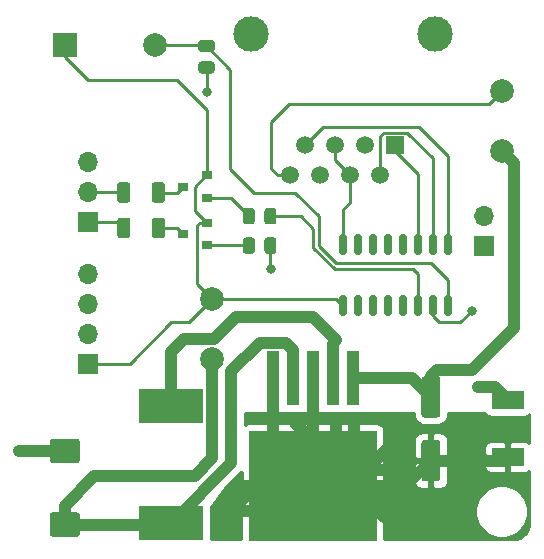
<source format=gtl>
%TF.GenerationSoftware,KiCad,Pcbnew,5.1.9*%
%TF.CreationDate,2021-05-01T23:47:16+02:00*%
%TF.ProjectId,nfc_reader,6e66635f-7265-4616-9465-722e6b696361,rev?*%
%TF.SameCoordinates,Original*%
%TF.FileFunction,Copper,L1,Top*%
%TF.FilePolarity,Positive*%
%FSLAX46Y46*%
G04 Gerber Fmt 4.6, Leading zero omitted, Abs format (unit mm)*
G04 Created by KiCad (PCBNEW 5.1.9) date 2021-05-01 23:47:16*
%MOMM*%
%LPD*%
G01*
G04 APERTURE LIST*
%TA.AperFunction,ComponentPad*%
%ADD10O,1.700000X1.700000*%
%TD*%
%TA.AperFunction,ComponentPad*%
%ADD11R,1.700000X1.700000*%
%TD*%
%TA.AperFunction,SMDPad,CuDef*%
%ADD12R,10.800000X9.400000*%
%TD*%
%TA.AperFunction,SMDPad,CuDef*%
%ADD13R,1.100000X4.600000*%
%TD*%
%TA.AperFunction,SMDPad,CuDef*%
%ADD14R,0.900000X0.800000*%
%TD*%
%TA.AperFunction,SMDPad,CuDef*%
%ADD15R,5.400000X2.900000*%
%TD*%
%TA.AperFunction,ComponentPad*%
%ADD16C,1.500000*%
%TD*%
%TA.AperFunction,ComponentPad*%
%ADD17C,3.000000*%
%TD*%
%TA.AperFunction,ComponentPad*%
%ADD18R,1.500000X1.500000*%
%TD*%
%TA.AperFunction,ComponentPad*%
%ADD19C,2.000000*%
%TD*%
%TA.AperFunction,SMDPad,CuDef*%
%ADD20R,2.700000X1.500000*%
%TD*%
%TA.AperFunction,ComponentPad*%
%ADD21R,2.000000X2.000000*%
%TD*%
%TA.AperFunction,ViaPad*%
%ADD22C,0.800000*%
%TD*%
%TA.AperFunction,Conductor*%
%ADD23C,0.250000*%
%TD*%
%TA.AperFunction,Conductor*%
%ADD24C,1.000000*%
%TD*%
%TA.AperFunction,Conductor*%
%ADD25C,0.254000*%
%TD*%
%TA.AperFunction,Conductor*%
%ADD26C,0.100000*%
%TD*%
G04 APERTURE END LIST*
D10*
%TO.P,J3,2*%
%TO.N,Net-(J1-Pad6)*%
X147000000Y-113460000D03*
D11*
%TO.P,J3,1*%
%TO.N,/Rx*%
X147000000Y-116000000D03*
%TD*%
D10*
%TO.P,D1,3*%
%TO.N,GND*%
X113500000Y-108920000D03*
%TO.P,D1,2*%
%TO.N,Net-(D1-Pad2)*%
X113500000Y-111460000D03*
D11*
%TO.P,D1,1*%
%TO.N,Net-(D1-Pad1)*%
X113500000Y-114000000D03*
%TD*%
D12*
%TO.P,U2,3*%
%TO.N,GND*%
X132500000Y-136375000D03*
D13*
%TO.P,U2,5*%
X129100000Y-127225000D03*
%TO.P,U2,4*%
%TO.N,Net-(C2-Pad1)*%
X130800000Y-127225000D03*
%TO.P,U2,3*%
%TO.N,GND*%
X132500000Y-127225000D03*
%TO.P,U2,2*%
%TO.N,Net-(D3-Pad1)*%
X134200000Y-127225000D03*
%TO.P,U2,1*%
%TO.N,+12V*%
X135900000Y-127225000D03*
%TD*%
%TO.P,U1,16*%
%TO.N,Net-(BZ1-Pad2)*%
%TA.AperFunction,SMDPad,CuDef*%
G36*
G01*
X143795000Y-120200000D02*
X144095000Y-120200000D01*
G75*
G02*
X144245000Y-120350000I0J-150000D01*
G01*
X144245000Y-121800000D01*
G75*
G02*
X144095000Y-121950000I-150000J0D01*
G01*
X143795000Y-121950000D01*
G75*
G02*
X143645000Y-121800000I0J150000D01*
G01*
X143645000Y-120350000D01*
G75*
G02*
X143795000Y-120200000I150000J0D01*
G01*
G37*
%TD.AperFunction*%
%TO.P,U1,15*%
%TO.N,Net-(R4-Pad1)*%
%TA.AperFunction,SMDPad,CuDef*%
G36*
G01*
X142525000Y-120200000D02*
X142825000Y-120200000D01*
G75*
G02*
X142975000Y-120350000I0J-150000D01*
G01*
X142975000Y-121800000D01*
G75*
G02*
X142825000Y-121950000I-150000J0D01*
G01*
X142525000Y-121950000D01*
G75*
G02*
X142375000Y-121800000I0J150000D01*
G01*
X142375000Y-120350000D01*
G75*
G02*
X142525000Y-120200000I150000J0D01*
G01*
G37*
%TD.AperFunction*%
%TO.P,U1,14*%
%TO.N,Net-(R5-Pad1)*%
%TA.AperFunction,SMDPad,CuDef*%
G36*
G01*
X141255000Y-120200000D02*
X141555000Y-120200000D01*
G75*
G02*
X141705000Y-120350000I0J-150000D01*
G01*
X141705000Y-121800000D01*
G75*
G02*
X141555000Y-121950000I-150000J0D01*
G01*
X141255000Y-121950000D01*
G75*
G02*
X141105000Y-121800000I0J150000D01*
G01*
X141105000Y-120350000D01*
G75*
G02*
X141255000Y-120200000I150000J0D01*
G01*
G37*
%TD.AperFunction*%
%TO.P,U1,13*%
%TO.N,Net-(U1-Pad13)*%
%TA.AperFunction,SMDPad,CuDef*%
G36*
G01*
X139985000Y-120200000D02*
X140285000Y-120200000D01*
G75*
G02*
X140435000Y-120350000I0J-150000D01*
G01*
X140435000Y-121800000D01*
G75*
G02*
X140285000Y-121950000I-150000J0D01*
G01*
X139985000Y-121950000D01*
G75*
G02*
X139835000Y-121800000I0J150000D01*
G01*
X139835000Y-120350000D01*
G75*
G02*
X139985000Y-120200000I150000J0D01*
G01*
G37*
%TD.AperFunction*%
%TO.P,U1,12*%
%TO.N,Net-(U1-Pad12)*%
%TA.AperFunction,SMDPad,CuDef*%
G36*
G01*
X138715000Y-120200000D02*
X139015000Y-120200000D01*
G75*
G02*
X139165000Y-120350000I0J-150000D01*
G01*
X139165000Y-121800000D01*
G75*
G02*
X139015000Y-121950000I-150000J0D01*
G01*
X138715000Y-121950000D01*
G75*
G02*
X138565000Y-121800000I0J150000D01*
G01*
X138565000Y-120350000D01*
G75*
G02*
X138715000Y-120200000I150000J0D01*
G01*
G37*
%TD.AperFunction*%
%TO.P,U1,11*%
%TO.N,Net-(U1-Pad11)*%
%TA.AperFunction,SMDPad,CuDef*%
G36*
G01*
X137445000Y-120200000D02*
X137745000Y-120200000D01*
G75*
G02*
X137895000Y-120350000I0J-150000D01*
G01*
X137895000Y-121800000D01*
G75*
G02*
X137745000Y-121950000I-150000J0D01*
G01*
X137445000Y-121950000D01*
G75*
G02*
X137295000Y-121800000I0J150000D01*
G01*
X137295000Y-120350000D01*
G75*
G02*
X137445000Y-120200000I150000J0D01*
G01*
G37*
%TD.AperFunction*%
%TO.P,U1,10*%
%TO.N,Net-(U1-Pad10)*%
%TA.AperFunction,SMDPad,CuDef*%
G36*
G01*
X136175000Y-120200000D02*
X136475000Y-120200000D01*
G75*
G02*
X136625000Y-120350000I0J-150000D01*
G01*
X136625000Y-121800000D01*
G75*
G02*
X136475000Y-121950000I-150000J0D01*
G01*
X136175000Y-121950000D01*
G75*
G02*
X136025000Y-121800000I0J150000D01*
G01*
X136025000Y-120350000D01*
G75*
G02*
X136175000Y-120200000I150000J0D01*
G01*
G37*
%TD.AperFunction*%
%TO.P,U1,9*%
%TO.N,+5V*%
%TA.AperFunction,SMDPad,CuDef*%
G36*
G01*
X134905000Y-120200000D02*
X135205000Y-120200000D01*
G75*
G02*
X135355000Y-120350000I0J-150000D01*
G01*
X135355000Y-121800000D01*
G75*
G02*
X135205000Y-121950000I-150000J0D01*
G01*
X134905000Y-121950000D01*
G75*
G02*
X134755000Y-121800000I0J150000D01*
G01*
X134755000Y-120350000D01*
G75*
G02*
X134905000Y-120200000I150000J0D01*
G01*
G37*
%TD.AperFunction*%
%TO.P,U1,8*%
%TO.N,GND*%
%TA.AperFunction,SMDPad,CuDef*%
G36*
G01*
X134905000Y-115050000D02*
X135205000Y-115050000D01*
G75*
G02*
X135355000Y-115200000I0J-150000D01*
G01*
X135355000Y-116650000D01*
G75*
G02*
X135205000Y-116800000I-150000J0D01*
G01*
X134905000Y-116800000D01*
G75*
G02*
X134755000Y-116650000I0J150000D01*
G01*
X134755000Y-115200000D01*
G75*
G02*
X134905000Y-115050000I150000J0D01*
G01*
G37*
%TD.AperFunction*%
%TO.P,U1,7*%
%TO.N,Net-(U1-Pad7)*%
%TA.AperFunction,SMDPad,CuDef*%
G36*
G01*
X136175000Y-115050000D02*
X136475000Y-115050000D01*
G75*
G02*
X136625000Y-115200000I0J-150000D01*
G01*
X136625000Y-116650000D01*
G75*
G02*
X136475000Y-116800000I-150000J0D01*
G01*
X136175000Y-116800000D01*
G75*
G02*
X136025000Y-116650000I0J150000D01*
G01*
X136025000Y-115200000D01*
G75*
G02*
X136175000Y-115050000I150000J0D01*
G01*
G37*
%TD.AperFunction*%
%TO.P,U1,6*%
%TO.N,Net-(U1-Pad6)*%
%TA.AperFunction,SMDPad,CuDef*%
G36*
G01*
X137445000Y-115050000D02*
X137745000Y-115050000D01*
G75*
G02*
X137895000Y-115200000I0J-150000D01*
G01*
X137895000Y-116650000D01*
G75*
G02*
X137745000Y-116800000I-150000J0D01*
G01*
X137445000Y-116800000D01*
G75*
G02*
X137295000Y-116650000I0J150000D01*
G01*
X137295000Y-115200000D01*
G75*
G02*
X137445000Y-115050000I150000J0D01*
G01*
G37*
%TD.AperFunction*%
%TO.P,U1,5*%
%TO.N,Net-(U1-Pad5)*%
%TA.AperFunction,SMDPad,CuDef*%
G36*
G01*
X138715000Y-115050000D02*
X139015000Y-115050000D01*
G75*
G02*
X139165000Y-115200000I0J-150000D01*
G01*
X139165000Y-116650000D01*
G75*
G02*
X139015000Y-116800000I-150000J0D01*
G01*
X138715000Y-116800000D01*
G75*
G02*
X138565000Y-116650000I0J150000D01*
G01*
X138565000Y-115200000D01*
G75*
G02*
X138715000Y-115050000I150000J0D01*
G01*
G37*
%TD.AperFunction*%
%TO.P,U1,4*%
%TO.N,Net-(U1-Pad4)*%
%TA.AperFunction,SMDPad,CuDef*%
G36*
G01*
X139985000Y-115050000D02*
X140285000Y-115050000D01*
G75*
G02*
X140435000Y-115200000I0J-150000D01*
G01*
X140435000Y-116650000D01*
G75*
G02*
X140285000Y-116800000I-150000J0D01*
G01*
X139985000Y-116800000D01*
G75*
G02*
X139835000Y-116650000I0J150000D01*
G01*
X139835000Y-115200000D01*
G75*
G02*
X139985000Y-115050000I150000J0D01*
G01*
G37*
%TD.AperFunction*%
%TO.P,U1,3*%
%TO.N,Net-(J1-Pad1)*%
%TA.AperFunction,SMDPad,CuDef*%
G36*
G01*
X141255000Y-115050000D02*
X141555000Y-115050000D01*
G75*
G02*
X141705000Y-115200000I0J-150000D01*
G01*
X141705000Y-116650000D01*
G75*
G02*
X141555000Y-116800000I-150000J0D01*
G01*
X141255000Y-116800000D01*
G75*
G02*
X141105000Y-116650000I0J150000D01*
G01*
X141105000Y-115200000D01*
G75*
G02*
X141255000Y-115050000I150000J0D01*
G01*
G37*
%TD.AperFunction*%
%TO.P,U1,2*%
%TO.N,Net-(J1-Pad2)*%
%TA.AperFunction,SMDPad,CuDef*%
G36*
G01*
X142525000Y-115050000D02*
X142825000Y-115050000D01*
G75*
G02*
X142975000Y-115200000I0J-150000D01*
G01*
X142975000Y-116650000D01*
G75*
G02*
X142825000Y-116800000I-150000J0D01*
G01*
X142525000Y-116800000D01*
G75*
G02*
X142375000Y-116650000I0J150000D01*
G01*
X142375000Y-115200000D01*
G75*
G02*
X142525000Y-115050000I150000J0D01*
G01*
G37*
%TD.AperFunction*%
%TO.P,U1,1*%
%TO.N,Net-(J1-Pad7)*%
%TA.AperFunction,SMDPad,CuDef*%
G36*
G01*
X143795000Y-115050000D02*
X144095000Y-115050000D01*
G75*
G02*
X144245000Y-115200000I0J-150000D01*
G01*
X144245000Y-116650000D01*
G75*
G02*
X144095000Y-116800000I-150000J0D01*
G01*
X143795000Y-116800000D01*
G75*
G02*
X143645000Y-116650000I0J150000D01*
G01*
X143645000Y-115200000D01*
G75*
G02*
X143795000Y-115050000I150000J0D01*
G01*
G37*
%TD.AperFunction*%
%TD*%
%TO.P,R5,2*%
%TO.N,Net-(Q2-Pad1)*%
%TA.AperFunction,SMDPad,CuDef*%
G36*
G01*
X127600000Y-113049999D02*
X127600000Y-113950001D01*
G75*
G02*
X127350001Y-114200000I-249999J0D01*
G01*
X126824999Y-114200000D01*
G75*
G02*
X126575000Y-113950001I0J249999D01*
G01*
X126575000Y-113049999D01*
G75*
G02*
X126824999Y-112800000I249999J0D01*
G01*
X127350001Y-112800000D01*
G75*
G02*
X127600000Y-113049999I0J-249999D01*
G01*
G37*
%TD.AperFunction*%
%TO.P,R5,1*%
%TO.N,Net-(R5-Pad1)*%
%TA.AperFunction,SMDPad,CuDef*%
G36*
G01*
X129425000Y-113049999D02*
X129425000Y-113950001D01*
G75*
G02*
X129175001Y-114200000I-249999J0D01*
G01*
X128649999Y-114200000D01*
G75*
G02*
X128400000Y-113950001I0J249999D01*
G01*
X128400000Y-113049999D01*
G75*
G02*
X128649999Y-112800000I249999J0D01*
G01*
X129175001Y-112800000D01*
G75*
G02*
X129425000Y-113049999I0J-249999D01*
G01*
G37*
%TD.AperFunction*%
%TD*%
%TO.P,R4,2*%
%TO.N,Net-(Q1-Pad1)*%
%TA.AperFunction,SMDPad,CuDef*%
G36*
G01*
X127600000Y-115549999D02*
X127600000Y-116450001D01*
G75*
G02*
X127350001Y-116700000I-249999J0D01*
G01*
X126824999Y-116700000D01*
G75*
G02*
X126575000Y-116450001I0J249999D01*
G01*
X126575000Y-115549999D01*
G75*
G02*
X126824999Y-115300000I249999J0D01*
G01*
X127350001Y-115300000D01*
G75*
G02*
X127600000Y-115549999I0J-249999D01*
G01*
G37*
%TD.AperFunction*%
%TO.P,R4,1*%
%TO.N,Net-(R4-Pad1)*%
%TA.AperFunction,SMDPad,CuDef*%
G36*
G01*
X129425000Y-115549999D02*
X129425000Y-116450001D01*
G75*
G02*
X129175001Y-116700000I-249999J0D01*
G01*
X128649999Y-116700000D01*
G75*
G02*
X128400000Y-116450001I0J249999D01*
G01*
X128400000Y-115549999D01*
G75*
G02*
X128649999Y-115300000I249999J0D01*
G01*
X129175001Y-115300000D01*
G75*
G02*
X129425000Y-115549999I0J-249999D01*
G01*
G37*
%TD.AperFunction*%
%TD*%
%TO.P,R3,2*%
%TO.N,Net-(BZ1-Pad2)*%
%TA.AperFunction,SMDPad,CuDef*%
G36*
G01*
X123950001Y-99600000D02*
X123049999Y-99600000D01*
G75*
G02*
X122800000Y-99350001I0J249999D01*
G01*
X122800000Y-98824999D01*
G75*
G02*
X123049999Y-98575000I249999J0D01*
G01*
X123950001Y-98575000D01*
G75*
G02*
X124200000Y-98824999I0J-249999D01*
G01*
X124200000Y-99350001D01*
G75*
G02*
X123950001Y-99600000I-249999J0D01*
G01*
G37*
%TD.AperFunction*%
%TO.P,R3,1*%
%TO.N,GND*%
%TA.AperFunction,SMDPad,CuDef*%
G36*
G01*
X123950001Y-101425000D02*
X123049999Y-101425000D01*
G75*
G02*
X122800000Y-101175001I0J249999D01*
G01*
X122800000Y-100649999D01*
G75*
G02*
X123049999Y-100400000I249999J0D01*
G01*
X123950001Y-100400000D01*
G75*
G02*
X124200000Y-100649999I0J-249999D01*
G01*
X124200000Y-101175001D01*
G75*
G02*
X123950001Y-101425000I-249999J0D01*
G01*
G37*
%TD.AperFunction*%
%TD*%
%TO.P,R2,2*%
%TO.N,Net-(D1-Pad2)*%
%TA.AperFunction,SMDPad,CuDef*%
G36*
G01*
X117062500Y-110874999D02*
X117062500Y-112125001D01*
G75*
G02*
X116812501Y-112375000I-249999J0D01*
G01*
X116187499Y-112375000D01*
G75*
G02*
X115937500Y-112125001I0J249999D01*
G01*
X115937500Y-110874999D01*
G75*
G02*
X116187499Y-110625000I249999J0D01*
G01*
X116812501Y-110625000D01*
G75*
G02*
X117062500Y-110874999I0J-249999D01*
G01*
G37*
%TD.AperFunction*%
%TO.P,R2,1*%
%TO.N,Net-(Q2-Pad3)*%
%TA.AperFunction,SMDPad,CuDef*%
G36*
G01*
X119987500Y-110874999D02*
X119987500Y-112125001D01*
G75*
G02*
X119737501Y-112375000I-249999J0D01*
G01*
X119112499Y-112375000D01*
G75*
G02*
X118862500Y-112125001I0J249999D01*
G01*
X118862500Y-110874999D01*
G75*
G02*
X119112499Y-110625000I249999J0D01*
G01*
X119737501Y-110625000D01*
G75*
G02*
X119987500Y-110874999I0J-249999D01*
G01*
G37*
%TD.AperFunction*%
%TD*%
%TO.P,R1,2*%
%TO.N,Net-(D1-Pad1)*%
%TA.AperFunction,SMDPad,CuDef*%
G36*
G01*
X117062500Y-113874999D02*
X117062500Y-115125001D01*
G75*
G02*
X116812501Y-115375000I-249999J0D01*
G01*
X116187499Y-115375000D01*
G75*
G02*
X115937500Y-115125001I0J249999D01*
G01*
X115937500Y-113874999D01*
G75*
G02*
X116187499Y-113625000I249999J0D01*
G01*
X116812501Y-113625000D01*
G75*
G02*
X117062500Y-113874999I0J-249999D01*
G01*
G37*
%TD.AperFunction*%
%TO.P,R1,1*%
%TO.N,Net-(Q1-Pad3)*%
%TA.AperFunction,SMDPad,CuDef*%
G36*
G01*
X119987500Y-113874999D02*
X119987500Y-115125001D01*
G75*
G02*
X119737501Y-115375000I-249999J0D01*
G01*
X119112499Y-115375000D01*
G75*
G02*
X118862500Y-115125001I0J249999D01*
G01*
X118862500Y-113874999D01*
G75*
G02*
X119112499Y-113625000I249999J0D01*
G01*
X119737501Y-113625000D01*
G75*
G02*
X119987500Y-113874999I0J-249999D01*
G01*
G37*
%TD.AperFunction*%
%TD*%
D14*
%TO.P,Q2,3*%
%TO.N,Net-(Q2-Pad3)*%
X121500000Y-111000000D03*
%TO.P,Q2,2*%
%TO.N,+5V*%
X123500000Y-110050000D03*
%TO.P,Q2,1*%
%TO.N,Net-(Q2-Pad1)*%
X123500000Y-111950000D03*
%TD*%
%TO.P,Q1,3*%
%TO.N,Net-(Q1-Pad3)*%
X121500000Y-115000000D03*
%TO.P,Q1,2*%
%TO.N,+5V*%
X123500000Y-114050000D03*
%TO.P,Q1,1*%
%TO.N,Net-(Q1-Pad1)*%
X123500000Y-115950000D03*
%TD*%
D15*
%TO.P,L1,2*%
%TO.N,Net-(C2-Pad1)*%
X120500000Y-139450000D03*
%TO.P,L1,1*%
%TO.N,Net-(D3-Pad1)*%
X120500000Y-129550000D03*
%TD*%
D10*
%TO.P,J2,4*%
%TO.N,GND*%
X113500000Y-118380000D03*
%TO.P,J2,3*%
%TO.N,/Tx*%
X113500000Y-120920000D03*
%TO.P,J2,2*%
%TO.N,/Rx*%
X113500000Y-123460000D03*
D11*
%TO.P,J2,1*%
%TO.N,+5V*%
X113500000Y-126000000D03*
%TD*%
D16*
%TO.P,J1,6*%
%TO.N,Net-(J1-Pad6)*%
X133150000Y-110040000D03*
%TO.P,J1,8*%
%TO.N,Net-(F1-Pad2)*%
X130610000Y-110040000D03*
D17*
%TO.P,J1,SH*%
%TO.N,GND*%
X142825000Y-98100000D03*
D16*
%TO.P,J1,2*%
%TO.N,Net-(J1-Pad2)*%
X138230000Y-110040000D03*
D18*
%TO.P,J1,1*%
%TO.N,Net-(J1-Pad1)*%
X139500000Y-107500000D03*
D16*
%TO.P,J1,7*%
%TO.N,Net-(J1-Pad7)*%
X131880000Y-107500000D03*
%TO.P,J1,4*%
%TO.N,GND*%
X135690000Y-110040000D03*
%TO.P,J1,5*%
X134420000Y-107500000D03*
%TO.P,J1,3*%
%TO.N,/Tx*%
X136960000Y-107500000D03*
D17*
%TO.P,J1,SH*%
%TO.N,GND*%
X127285000Y-98100000D03*
%TD*%
D19*
%TO.P,F2,2*%
%TO.N,Net-(C2-Pad1)*%
X123990000Y-125580000D03*
%TO.P,F2,1*%
%TO.N,+5V*%
X124000000Y-120500000D03*
%TD*%
%TO.P,F1,2*%
%TO.N,Net-(F1-Pad2)*%
X148510000Y-102920000D03*
%TO.P,F1,1*%
%TO.N,+12V*%
X148500000Y-108000000D03*
%TD*%
D20*
%TO.P,D3,2*%
%TO.N,GND*%
X149000000Y-133900000D03*
%TO.P,D3,1*%
%TO.N,Net-(D3-Pad1)*%
X149000000Y-129100000D03*
%TD*%
%TO.P,C2,2*%
%TO.N,GND*%
%TA.AperFunction,SMDPad,CuDef*%
G36*
G01*
X112525000Y-134425000D02*
X110475000Y-134425000D01*
G75*
G02*
X110225000Y-134175000I0J250000D01*
G01*
X110225000Y-132600000D01*
G75*
G02*
X110475000Y-132350000I250000J0D01*
G01*
X112525000Y-132350000D01*
G75*
G02*
X112775000Y-132600000I0J-250000D01*
G01*
X112775000Y-134175000D01*
G75*
G02*
X112525000Y-134425000I-250000J0D01*
G01*
G37*
%TD.AperFunction*%
%TO.P,C2,1*%
%TO.N,Net-(C2-Pad1)*%
%TA.AperFunction,SMDPad,CuDef*%
G36*
G01*
X112525000Y-140650000D02*
X110475000Y-140650000D01*
G75*
G02*
X110225000Y-140400000I0J250000D01*
G01*
X110225000Y-138825000D01*
G75*
G02*
X110475000Y-138575000I250000J0D01*
G01*
X112525000Y-138575000D01*
G75*
G02*
X112775000Y-138825000I0J-250000D01*
G01*
X112775000Y-140400000D01*
G75*
G02*
X112525000Y-140650000I-250000J0D01*
G01*
G37*
%TD.AperFunction*%
%TD*%
%TO.P,C1,2*%
%TO.N,GND*%
%TA.AperFunction,SMDPad,CuDef*%
G36*
G01*
X141950000Y-132450000D02*
X143050000Y-132450000D01*
G75*
G02*
X143300000Y-132700000I0J-250000D01*
G01*
X143300000Y-135700000D01*
G75*
G02*
X143050000Y-135950000I-250000J0D01*
G01*
X141950000Y-135950000D01*
G75*
G02*
X141700000Y-135700000I0J250000D01*
G01*
X141700000Y-132700000D01*
G75*
G02*
X141950000Y-132450000I250000J0D01*
G01*
G37*
%TD.AperFunction*%
%TO.P,C1,1*%
%TO.N,+12V*%
%TA.AperFunction,SMDPad,CuDef*%
G36*
G01*
X141950000Y-127050000D02*
X143050000Y-127050000D01*
G75*
G02*
X143300000Y-127300000I0J-250000D01*
G01*
X143300000Y-130300000D01*
G75*
G02*
X143050000Y-130550000I-250000J0D01*
G01*
X141950000Y-130550000D01*
G75*
G02*
X141700000Y-130300000I0J250000D01*
G01*
X141700000Y-127300000D01*
G75*
G02*
X141950000Y-127050000I250000J0D01*
G01*
G37*
%TD.AperFunction*%
%TD*%
D19*
%TO.P,BZ1,2*%
%TO.N,Net-(BZ1-Pad2)*%
X119100000Y-99000000D03*
D21*
%TO.P,BZ1,1*%
%TO.N,+5V*%
X111500000Y-99000000D03*
%TD*%
D22*
%TO.N,GND*%
X129000000Y-134500000D03*
X136000000Y-134000000D03*
X136000000Y-132500000D03*
X130500000Y-136000000D03*
X130500000Y-139500000D03*
X130500000Y-138000000D03*
X128000000Y-138500000D03*
X128000000Y-137000000D03*
X128000000Y-135000000D03*
X128000000Y-133000000D03*
X131000000Y-132500000D03*
X132500000Y-138000000D03*
X132500000Y-139500000D03*
X134500000Y-139500000D03*
X134500000Y-138000000D03*
X134500000Y-135000000D03*
X134500000Y-133000000D03*
X137000000Y-133000000D03*
X137000000Y-135000000D03*
X137000000Y-138000000D03*
X137000000Y-139500000D03*
X123500000Y-103000000D03*
X107612500Y-133387500D03*
X108612500Y-133387500D03*
%TO.N,Net-(D3-Pad1)*%
X146500000Y-128000000D03*
X134500000Y-124000000D03*
%TO.N,Net-(R4-Pad1)*%
X146000000Y-121500000D03*
X129000000Y-118000000D03*
%TD*%
D23*
%TO.N,Net-(BZ1-Pad2)*%
X123412500Y-99000000D02*
X123500000Y-99087500D01*
X119100000Y-99000000D02*
X123412500Y-99000000D01*
X143945000Y-121075000D02*
X143945000Y-118945000D01*
X143945000Y-118945000D02*
X142500000Y-117500000D01*
X142500000Y-117500000D02*
X134500000Y-117500000D01*
X134500000Y-117500000D02*
X133000000Y-116000000D01*
X133000000Y-116000000D02*
X133000000Y-113500000D01*
X133000000Y-113500000D02*
X131000000Y-111500000D01*
X131000000Y-111500000D02*
X127500000Y-111500000D01*
X127500000Y-111500000D02*
X125500000Y-109500000D01*
X125500000Y-101087500D02*
X123500000Y-99087500D01*
X125500000Y-109500000D02*
X125500000Y-101087500D01*
%TO.N,+5V*%
X113500000Y-126000000D02*
X117000000Y-126000000D01*
X117000000Y-126000000D02*
X120500000Y-122500000D01*
X122000000Y-122500000D02*
X124000000Y-120500000D01*
X120500000Y-122500000D02*
X122000000Y-122500000D01*
X123500000Y-110050000D02*
X123450000Y-110050000D01*
X123450000Y-110050000D02*
X122500000Y-111000000D01*
X122500000Y-113050000D02*
X123500000Y-114050000D01*
X122500000Y-111000000D02*
X122500000Y-113050000D01*
X123500000Y-114050000D02*
X122950000Y-114050000D01*
X122724999Y-119224999D02*
X124000000Y-120500000D01*
X122724999Y-114275001D02*
X122724999Y-119224999D01*
X122950000Y-114050000D02*
X122724999Y-114275001D01*
X134480000Y-120500000D02*
X135055000Y-121075000D01*
X124000000Y-120500000D02*
X134480000Y-120500000D01*
X111500000Y-99000000D02*
X111500000Y-100000000D01*
X111500000Y-100000000D02*
X113500000Y-102000000D01*
X113500000Y-102000000D02*
X121000000Y-102000000D01*
X123500000Y-104500000D02*
X123500000Y-110050000D01*
X121000000Y-102000000D02*
X123500000Y-104500000D01*
D24*
%TO.N,GND*%
X148700000Y-134200000D02*
X149000000Y-133900000D01*
X142500000Y-134200000D02*
X148700000Y-134200000D01*
X140325000Y-136375000D02*
X142500000Y-134200000D01*
X132500000Y-136375000D02*
X140325000Y-136375000D01*
X132500000Y-127225000D02*
X132500000Y-136375000D01*
X129100000Y-132975000D02*
X132500000Y-136375000D01*
X129100000Y-127225000D02*
X129100000Y-132975000D01*
D23*
X135690000Y-110040000D02*
X135690000Y-112310000D01*
X135055000Y-112945000D02*
X135055000Y-115925000D01*
X135690000Y-112310000D02*
X135055000Y-112945000D01*
X123500000Y-100912500D02*
X123500000Y-103000000D01*
X123500000Y-103000000D02*
X123500000Y-103000000D01*
D24*
X111500000Y-133387500D02*
X108612500Y-133387500D01*
X107612500Y-133387500D02*
X107612500Y-133387500D01*
X108612500Y-133387500D02*
X107612500Y-133387500D01*
D23*
X134420000Y-108770000D02*
X135690000Y-110040000D01*
X134420000Y-107500000D02*
X134420000Y-108770000D01*
X128000000Y-135000000D02*
X128000000Y-136500000D01*
X128000000Y-136500000D02*
X125500000Y-139000000D01*
X125500000Y-139000000D02*
X125000000Y-139000000D01*
D24*
X128000000Y-138500000D02*
X125500000Y-138500000D01*
X132500000Y-136375000D02*
X126125000Y-136375000D01*
X126125000Y-136375000D02*
X125500000Y-137000000D01*
X127625000Y-136375000D02*
X126250000Y-137750000D01*
X132500000Y-136375000D02*
X127625000Y-136375000D01*
X126250000Y-137750000D02*
X126000000Y-138000000D01*
X132500000Y-136375000D02*
X137375000Y-136375000D01*
X137375000Y-136375000D02*
X140500000Y-139500000D01*
X132500000Y-136375000D02*
X135875000Y-136375000D01*
X135875000Y-136375000D02*
X138500000Y-139000000D01*
X137000000Y-135000000D02*
X139000000Y-135000000D01*
X132500000Y-136375000D02*
X135625000Y-136375000D01*
X135625000Y-136375000D02*
X139000000Y-133000000D01*
X136000000Y-132500000D02*
X136000000Y-131000000D01*
X134500000Y-133000000D02*
X134500000Y-131000000D01*
X132500000Y-136375000D02*
X132500000Y-132500000D01*
X132500000Y-132500000D02*
X131000000Y-131000000D01*
%TO.N,+12V*%
X140925000Y-127225000D02*
X142500000Y-128800000D01*
X135900000Y-127225000D02*
X140925000Y-127225000D01*
X142500000Y-128800000D02*
X142500000Y-127000000D01*
X143000000Y-126500000D02*
X142500000Y-127000000D01*
X146000000Y-126500000D02*
X143000000Y-126500000D01*
X148500000Y-108000000D02*
X149500000Y-109000000D01*
X149500000Y-123000000D02*
X146000000Y-126500000D01*
X149500000Y-109000000D02*
X149500000Y-123000000D01*
%TO.N,Net-(C2-Pad1)*%
X120337500Y-139612500D02*
X120500000Y-139450000D01*
X111500000Y-139612500D02*
X120337500Y-139612500D01*
X111500000Y-139612500D02*
X111500000Y-138000000D01*
X111500000Y-138000000D02*
X114000000Y-135500000D01*
X114000000Y-135500000D02*
X122500000Y-135500000D01*
X123990000Y-134010000D02*
X123990000Y-125580000D01*
X122500000Y-135500000D02*
X123990000Y-134010000D01*
X120550000Y-139450000D02*
X120500000Y-139450000D01*
X125607499Y-134392501D02*
X120550000Y-139450000D01*
X130210001Y-124224999D02*
X127989999Y-124224999D01*
X125607499Y-126607499D02*
X125607499Y-134392501D01*
X127989999Y-124224999D02*
X125607499Y-126607499D01*
X130800000Y-124814998D02*
X130210001Y-124224999D01*
X130800000Y-127225000D02*
X130800000Y-124814998D01*
D23*
%TO.N,Net-(D1-Pad2)*%
X116460000Y-111460000D02*
X116500000Y-111500000D01*
X113500000Y-111460000D02*
X116460000Y-111460000D01*
%TO.N,Net-(D1-Pad1)*%
X116000000Y-114000000D02*
X116500000Y-114500000D01*
X113500000Y-114000000D02*
X116000000Y-114000000D01*
%TO.N,Net-(D3-Pad1)*%
X146500000Y-128000000D02*
X146500000Y-128000000D01*
D24*
X147900000Y-128000000D02*
X149000000Y-129100000D01*
X146500000Y-128000000D02*
X147900000Y-128000000D01*
X134200000Y-124300000D02*
X134500000Y-124000000D01*
X134200000Y-127225000D02*
X134200000Y-124300000D01*
X120500000Y-129550000D02*
X120500000Y-125000000D01*
X120500000Y-125000000D02*
X121620001Y-123879999D01*
X134500000Y-124000000D02*
X132500000Y-122000000D01*
X132500000Y-122000000D02*
X126000000Y-122000000D01*
X124120001Y-123879999D02*
X121620001Y-123879999D01*
X126000000Y-122000000D02*
X124120001Y-123879999D01*
D23*
%TO.N,Net-(F1-Pad2)*%
X130610000Y-110040000D02*
X129540000Y-110040000D01*
X129540000Y-110040000D02*
X129000000Y-109500000D01*
X129000000Y-109500000D02*
X129000000Y-105500000D01*
X129000000Y-105500000D02*
X130500000Y-104000000D01*
X147430000Y-104000000D02*
X148510000Y-102920000D01*
X130500000Y-104000000D02*
X147430000Y-104000000D01*
%TO.N,Net-(J1-Pad2)*%
X138230000Y-106684998D02*
X138230000Y-110040000D01*
X140510001Y-106424999D02*
X138489999Y-106424999D01*
X142675000Y-108589998D02*
X140510001Y-106424999D01*
X138489999Y-106424999D02*
X138230000Y-106684998D01*
X142675000Y-115925000D02*
X142675000Y-108589998D01*
%TO.N,Net-(J1-Pad1)*%
X139500000Y-107500000D02*
X139500000Y-108000000D01*
X141405000Y-109905000D02*
X141405000Y-115925000D01*
X139500000Y-108000000D02*
X141405000Y-109905000D01*
%TO.N,Net-(J1-Pad7)*%
X143945000Y-115925000D02*
X143945000Y-108445000D01*
X141474989Y-105974989D02*
X133405011Y-105974989D01*
X133405011Y-105974989D02*
X131880000Y-107500000D01*
X143945000Y-108445000D02*
X141474989Y-105974989D01*
%TO.N,Net-(Q1-Pad3)*%
X121000000Y-114500000D02*
X121500000Y-115000000D01*
X119425000Y-114500000D02*
X121000000Y-114500000D01*
%TO.N,Net-(Q1-Pad1)*%
X127037500Y-115950000D02*
X127087500Y-116000000D01*
X123500000Y-115950000D02*
X127037500Y-115950000D01*
%TO.N,Net-(Q2-Pad3)*%
X121000000Y-111500000D02*
X121500000Y-111000000D01*
X119425000Y-111500000D02*
X121000000Y-111500000D01*
%TO.N,Net-(Q2-Pad1)*%
X125537500Y-111950000D02*
X127087500Y-113500000D01*
X123500000Y-111950000D02*
X125537500Y-111950000D01*
%TO.N,Net-(R4-Pad1)*%
X142675000Y-121950000D02*
X143225000Y-122500000D01*
X142675000Y-121075000D02*
X142675000Y-121950000D01*
X143225000Y-122500000D02*
X145000000Y-122500000D01*
X145000000Y-122500000D02*
X146000000Y-121500000D01*
X146000000Y-121500000D02*
X146000000Y-121500000D01*
X128912500Y-117912500D02*
X129000000Y-118000000D01*
X128912500Y-116000000D02*
X128912500Y-117912500D01*
%TO.N,Net-(R5-Pad1)*%
X128912500Y-113500000D02*
X131500000Y-113500000D01*
X132549991Y-116186401D02*
X134363590Y-118000000D01*
X132549990Y-114549990D02*
X132549991Y-116186401D01*
X131500000Y-113500000D02*
X132549990Y-114549990D01*
X134363590Y-118000000D02*
X141000000Y-118000000D01*
X141405000Y-118405000D02*
X141405000Y-121075000D01*
X141000000Y-118000000D02*
X141405000Y-118405000D01*
%TD*%
D25*
%TO.N,GND*%
X128425518Y-130150812D02*
X128550000Y-130163072D01*
X128814250Y-130160000D01*
X128847250Y-130127000D01*
X129352750Y-130127000D01*
X129385750Y-130160000D01*
X129650000Y-130163072D01*
X129774482Y-130150812D01*
X129852980Y-130127000D01*
X130047020Y-130127000D01*
X130125518Y-130150812D01*
X130250000Y-130163072D01*
X131350000Y-130163072D01*
X131474482Y-130150812D01*
X131552980Y-130127000D01*
X131747020Y-130127000D01*
X131825518Y-130150812D01*
X131950000Y-130163072D01*
X132214250Y-130160000D01*
X132247250Y-130127000D01*
X132752750Y-130127000D01*
X132785750Y-130160000D01*
X133050000Y-130163072D01*
X133174482Y-130150812D01*
X133252980Y-130127000D01*
X133447020Y-130127000D01*
X133525518Y-130150812D01*
X133650000Y-130163072D01*
X134750000Y-130163072D01*
X134874482Y-130150812D01*
X134952980Y-130127000D01*
X135147020Y-130127000D01*
X135225518Y-130150812D01*
X135350000Y-130163072D01*
X136450000Y-130163072D01*
X136574482Y-130150812D01*
X136652980Y-130127000D01*
X141061928Y-130127000D01*
X141061928Y-130300000D01*
X141078992Y-130473254D01*
X141129528Y-130639850D01*
X141211595Y-130793386D01*
X141322038Y-130927962D01*
X141456614Y-131038405D01*
X141610150Y-131120472D01*
X141776746Y-131171008D01*
X141950000Y-131188072D01*
X143050000Y-131188072D01*
X143223254Y-131171008D01*
X143389850Y-131120472D01*
X143543386Y-131038405D01*
X143677962Y-130927962D01*
X143788405Y-130793386D01*
X143870472Y-130639850D01*
X143921008Y-130473254D01*
X143938072Y-130300000D01*
X143938072Y-130127000D01*
X147078041Y-130127000D01*
X147119463Y-130204494D01*
X147198815Y-130301185D01*
X147295506Y-130380537D01*
X147405820Y-130439502D01*
X147525518Y-130475812D01*
X147650000Y-130488072D01*
X150350000Y-130488072D01*
X150474482Y-130475812D01*
X150594180Y-130439502D01*
X150704494Y-130380537D01*
X150801185Y-130301185D01*
X150840001Y-130253888D01*
X150840001Y-132746112D01*
X150801185Y-132698815D01*
X150704494Y-132619463D01*
X150594180Y-132560498D01*
X150474482Y-132524188D01*
X150350000Y-132511928D01*
X149285750Y-132515000D01*
X149127000Y-132673750D01*
X149127000Y-133773000D01*
X149147000Y-133773000D01*
X149147000Y-134027000D01*
X149127000Y-134027000D01*
X149127000Y-135126250D01*
X149285750Y-135285000D01*
X150350000Y-135288072D01*
X150474482Y-135275812D01*
X150594180Y-135239502D01*
X150704494Y-135180537D01*
X150801185Y-135101185D01*
X150840001Y-135053888D01*
X150840001Y-139467711D01*
X150811375Y-139759660D01*
X150735965Y-140009429D01*
X150613477Y-140239794D01*
X150448579Y-140441979D01*
X150247546Y-140608288D01*
X150018046Y-140732378D01*
X149768805Y-140809531D01*
X149478911Y-140840000D01*
X138537908Y-140840000D01*
X138536127Y-138279872D01*
X146265000Y-138279872D01*
X146265000Y-138720128D01*
X146350890Y-139151925D01*
X146519369Y-139558669D01*
X146763962Y-139924729D01*
X147075271Y-140236038D01*
X147441331Y-140480631D01*
X147848075Y-140649110D01*
X148279872Y-140735000D01*
X148720128Y-140735000D01*
X149151925Y-140649110D01*
X149558669Y-140480631D01*
X149924729Y-140236038D01*
X150236038Y-139924729D01*
X150480631Y-139558669D01*
X150649110Y-139151925D01*
X150735000Y-138720128D01*
X150735000Y-138279872D01*
X150649110Y-137848075D01*
X150480631Y-137441331D01*
X150236038Y-137075271D01*
X149924729Y-136763962D01*
X149558669Y-136519369D01*
X149151925Y-136350890D01*
X148720128Y-136265000D01*
X148279872Y-136265000D01*
X147848075Y-136350890D01*
X147441331Y-136519369D01*
X147075271Y-136763962D01*
X146763962Y-137075271D01*
X146519369Y-137441331D01*
X146350890Y-137848075D01*
X146265000Y-138279872D01*
X138536127Y-138279872D01*
X138535000Y-136660750D01*
X138376250Y-136502000D01*
X132627000Y-136502000D01*
X132627000Y-136522000D01*
X132373000Y-136522000D01*
X132373000Y-136502000D01*
X126623750Y-136502000D01*
X126465000Y-136660750D01*
X126462092Y-140840000D01*
X123838072Y-140840000D01*
X123838072Y-138129339D01*
X125106048Y-136499085D01*
X126370645Y-135234488D01*
X126413948Y-135198950D01*
X126453718Y-135150491D01*
X126464338Y-135137551D01*
X126465000Y-136089250D01*
X126623750Y-136248000D01*
X132373000Y-136248000D01*
X132373000Y-131198750D01*
X132627000Y-131198750D01*
X132627000Y-136248000D01*
X138376250Y-136248000D01*
X138535000Y-136089250D01*
X138535096Y-135950000D01*
X141061928Y-135950000D01*
X141074188Y-136074482D01*
X141110498Y-136194180D01*
X141169463Y-136304494D01*
X141248815Y-136401185D01*
X141345506Y-136480537D01*
X141455820Y-136539502D01*
X141575518Y-136575812D01*
X141700000Y-136588072D01*
X142214250Y-136585000D01*
X142373000Y-136426250D01*
X142373000Y-134327000D01*
X142627000Y-134327000D01*
X142627000Y-136426250D01*
X142785750Y-136585000D01*
X143300000Y-136588072D01*
X143424482Y-136575812D01*
X143544180Y-136539502D01*
X143654494Y-136480537D01*
X143751185Y-136401185D01*
X143830537Y-136304494D01*
X143889502Y-136194180D01*
X143925812Y-136074482D01*
X143938072Y-135950000D01*
X143935345Y-134650000D01*
X147011928Y-134650000D01*
X147024188Y-134774482D01*
X147060498Y-134894180D01*
X147119463Y-135004494D01*
X147198815Y-135101185D01*
X147295506Y-135180537D01*
X147405820Y-135239502D01*
X147525518Y-135275812D01*
X147650000Y-135288072D01*
X148714250Y-135285000D01*
X148873000Y-135126250D01*
X148873000Y-134027000D01*
X147173750Y-134027000D01*
X147015000Y-134185750D01*
X147011928Y-134650000D01*
X143935345Y-134650000D01*
X143935000Y-134485750D01*
X143776250Y-134327000D01*
X142627000Y-134327000D01*
X142373000Y-134327000D01*
X141223750Y-134327000D01*
X141065000Y-134485750D01*
X141061928Y-135950000D01*
X138535096Y-135950000D01*
X138537532Y-132450000D01*
X141061928Y-132450000D01*
X141065000Y-133914250D01*
X141223750Y-134073000D01*
X142373000Y-134073000D01*
X142373000Y-131973750D01*
X142627000Y-131973750D01*
X142627000Y-134073000D01*
X143776250Y-134073000D01*
X143935000Y-133914250D01*
X143936603Y-133150000D01*
X147011928Y-133150000D01*
X147015000Y-133614250D01*
X147173750Y-133773000D01*
X148873000Y-133773000D01*
X148873000Y-132673750D01*
X148714250Y-132515000D01*
X147650000Y-132511928D01*
X147525518Y-132524188D01*
X147405820Y-132560498D01*
X147295506Y-132619463D01*
X147198815Y-132698815D01*
X147119463Y-132795506D01*
X147060498Y-132905820D01*
X147024188Y-133025518D01*
X147011928Y-133150000D01*
X143936603Y-133150000D01*
X143938072Y-132450000D01*
X143925812Y-132325518D01*
X143889502Y-132205820D01*
X143830537Y-132095506D01*
X143751185Y-131998815D01*
X143654494Y-131919463D01*
X143544180Y-131860498D01*
X143424482Y-131824188D01*
X143300000Y-131811928D01*
X142785750Y-131815000D01*
X142627000Y-131973750D01*
X142373000Y-131973750D01*
X142214250Y-131815000D01*
X141700000Y-131811928D01*
X141575518Y-131824188D01*
X141455820Y-131860498D01*
X141345506Y-131919463D01*
X141248815Y-131998815D01*
X141169463Y-132095506D01*
X141110498Y-132205820D01*
X141074188Y-132325518D01*
X141061928Y-132450000D01*
X138537532Y-132450000D01*
X138538072Y-131675000D01*
X138525812Y-131550518D01*
X138489502Y-131430820D01*
X138430537Y-131320506D01*
X138351185Y-131223815D01*
X138254494Y-131144463D01*
X138144180Y-131085498D01*
X138024482Y-131049188D01*
X137900000Y-131036928D01*
X132785750Y-131040000D01*
X132627000Y-131198750D01*
X132373000Y-131198750D01*
X132214250Y-131040000D01*
X127100000Y-131036928D01*
X126975518Y-131049188D01*
X126855820Y-131085498D01*
X126745506Y-131144463D01*
X126742499Y-131146931D01*
X126742499Y-130127000D01*
X128347020Y-130127000D01*
X128425518Y-130150812D01*
%TA.AperFunction,Conductor*%
D26*
G36*
X128425518Y-130150812D02*
G01*
X128550000Y-130163072D01*
X128814250Y-130160000D01*
X128847250Y-130127000D01*
X129352750Y-130127000D01*
X129385750Y-130160000D01*
X129650000Y-130163072D01*
X129774482Y-130150812D01*
X129852980Y-130127000D01*
X130047020Y-130127000D01*
X130125518Y-130150812D01*
X130250000Y-130163072D01*
X131350000Y-130163072D01*
X131474482Y-130150812D01*
X131552980Y-130127000D01*
X131747020Y-130127000D01*
X131825518Y-130150812D01*
X131950000Y-130163072D01*
X132214250Y-130160000D01*
X132247250Y-130127000D01*
X132752750Y-130127000D01*
X132785750Y-130160000D01*
X133050000Y-130163072D01*
X133174482Y-130150812D01*
X133252980Y-130127000D01*
X133447020Y-130127000D01*
X133525518Y-130150812D01*
X133650000Y-130163072D01*
X134750000Y-130163072D01*
X134874482Y-130150812D01*
X134952980Y-130127000D01*
X135147020Y-130127000D01*
X135225518Y-130150812D01*
X135350000Y-130163072D01*
X136450000Y-130163072D01*
X136574482Y-130150812D01*
X136652980Y-130127000D01*
X141061928Y-130127000D01*
X141061928Y-130300000D01*
X141078992Y-130473254D01*
X141129528Y-130639850D01*
X141211595Y-130793386D01*
X141322038Y-130927962D01*
X141456614Y-131038405D01*
X141610150Y-131120472D01*
X141776746Y-131171008D01*
X141950000Y-131188072D01*
X143050000Y-131188072D01*
X143223254Y-131171008D01*
X143389850Y-131120472D01*
X143543386Y-131038405D01*
X143677962Y-130927962D01*
X143788405Y-130793386D01*
X143870472Y-130639850D01*
X143921008Y-130473254D01*
X143938072Y-130300000D01*
X143938072Y-130127000D01*
X147078041Y-130127000D01*
X147119463Y-130204494D01*
X147198815Y-130301185D01*
X147295506Y-130380537D01*
X147405820Y-130439502D01*
X147525518Y-130475812D01*
X147650000Y-130488072D01*
X150350000Y-130488072D01*
X150474482Y-130475812D01*
X150594180Y-130439502D01*
X150704494Y-130380537D01*
X150801185Y-130301185D01*
X150840001Y-130253888D01*
X150840001Y-132746112D01*
X150801185Y-132698815D01*
X150704494Y-132619463D01*
X150594180Y-132560498D01*
X150474482Y-132524188D01*
X150350000Y-132511928D01*
X149285750Y-132515000D01*
X149127000Y-132673750D01*
X149127000Y-133773000D01*
X149147000Y-133773000D01*
X149147000Y-134027000D01*
X149127000Y-134027000D01*
X149127000Y-135126250D01*
X149285750Y-135285000D01*
X150350000Y-135288072D01*
X150474482Y-135275812D01*
X150594180Y-135239502D01*
X150704494Y-135180537D01*
X150801185Y-135101185D01*
X150840001Y-135053888D01*
X150840001Y-139467711D01*
X150811375Y-139759660D01*
X150735965Y-140009429D01*
X150613477Y-140239794D01*
X150448579Y-140441979D01*
X150247546Y-140608288D01*
X150018046Y-140732378D01*
X149768805Y-140809531D01*
X149478911Y-140840000D01*
X138537908Y-140840000D01*
X138536127Y-138279872D01*
X146265000Y-138279872D01*
X146265000Y-138720128D01*
X146350890Y-139151925D01*
X146519369Y-139558669D01*
X146763962Y-139924729D01*
X147075271Y-140236038D01*
X147441331Y-140480631D01*
X147848075Y-140649110D01*
X148279872Y-140735000D01*
X148720128Y-140735000D01*
X149151925Y-140649110D01*
X149558669Y-140480631D01*
X149924729Y-140236038D01*
X150236038Y-139924729D01*
X150480631Y-139558669D01*
X150649110Y-139151925D01*
X150735000Y-138720128D01*
X150735000Y-138279872D01*
X150649110Y-137848075D01*
X150480631Y-137441331D01*
X150236038Y-137075271D01*
X149924729Y-136763962D01*
X149558669Y-136519369D01*
X149151925Y-136350890D01*
X148720128Y-136265000D01*
X148279872Y-136265000D01*
X147848075Y-136350890D01*
X147441331Y-136519369D01*
X147075271Y-136763962D01*
X146763962Y-137075271D01*
X146519369Y-137441331D01*
X146350890Y-137848075D01*
X146265000Y-138279872D01*
X138536127Y-138279872D01*
X138535000Y-136660750D01*
X138376250Y-136502000D01*
X132627000Y-136502000D01*
X132627000Y-136522000D01*
X132373000Y-136522000D01*
X132373000Y-136502000D01*
X126623750Y-136502000D01*
X126465000Y-136660750D01*
X126462092Y-140840000D01*
X123838072Y-140840000D01*
X123838072Y-138129339D01*
X125106048Y-136499085D01*
X126370645Y-135234488D01*
X126413948Y-135198950D01*
X126453718Y-135150491D01*
X126464338Y-135137551D01*
X126465000Y-136089250D01*
X126623750Y-136248000D01*
X132373000Y-136248000D01*
X132373000Y-131198750D01*
X132627000Y-131198750D01*
X132627000Y-136248000D01*
X138376250Y-136248000D01*
X138535000Y-136089250D01*
X138535096Y-135950000D01*
X141061928Y-135950000D01*
X141074188Y-136074482D01*
X141110498Y-136194180D01*
X141169463Y-136304494D01*
X141248815Y-136401185D01*
X141345506Y-136480537D01*
X141455820Y-136539502D01*
X141575518Y-136575812D01*
X141700000Y-136588072D01*
X142214250Y-136585000D01*
X142373000Y-136426250D01*
X142373000Y-134327000D01*
X142627000Y-134327000D01*
X142627000Y-136426250D01*
X142785750Y-136585000D01*
X143300000Y-136588072D01*
X143424482Y-136575812D01*
X143544180Y-136539502D01*
X143654494Y-136480537D01*
X143751185Y-136401185D01*
X143830537Y-136304494D01*
X143889502Y-136194180D01*
X143925812Y-136074482D01*
X143938072Y-135950000D01*
X143935345Y-134650000D01*
X147011928Y-134650000D01*
X147024188Y-134774482D01*
X147060498Y-134894180D01*
X147119463Y-135004494D01*
X147198815Y-135101185D01*
X147295506Y-135180537D01*
X147405820Y-135239502D01*
X147525518Y-135275812D01*
X147650000Y-135288072D01*
X148714250Y-135285000D01*
X148873000Y-135126250D01*
X148873000Y-134027000D01*
X147173750Y-134027000D01*
X147015000Y-134185750D01*
X147011928Y-134650000D01*
X143935345Y-134650000D01*
X143935000Y-134485750D01*
X143776250Y-134327000D01*
X142627000Y-134327000D01*
X142373000Y-134327000D01*
X141223750Y-134327000D01*
X141065000Y-134485750D01*
X141061928Y-135950000D01*
X138535096Y-135950000D01*
X138537532Y-132450000D01*
X141061928Y-132450000D01*
X141065000Y-133914250D01*
X141223750Y-134073000D01*
X142373000Y-134073000D01*
X142373000Y-131973750D01*
X142627000Y-131973750D01*
X142627000Y-134073000D01*
X143776250Y-134073000D01*
X143935000Y-133914250D01*
X143936603Y-133150000D01*
X147011928Y-133150000D01*
X147015000Y-133614250D01*
X147173750Y-133773000D01*
X148873000Y-133773000D01*
X148873000Y-132673750D01*
X148714250Y-132515000D01*
X147650000Y-132511928D01*
X147525518Y-132524188D01*
X147405820Y-132560498D01*
X147295506Y-132619463D01*
X147198815Y-132698815D01*
X147119463Y-132795506D01*
X147060498Y-132905820D01*
X147024188Y-133025518D01*
X147011928Y-133150000D01*
X143936603Y-133150000D01*
X143938072Y-132450000D01*
X143925812Y-132325518D01*
X143889502Y-132205820D01*
X143830537Y-132095506D01*
X143751185Y-131998815D01*
X143654494Y-131919463D01*
X143544180Y-131860498D01*
X143424482Y-131824188D01*
X143300000Y-131811928D01*
X142785750Y-131815000D01*
X142627000Y-131973750D01*
X142373000Y-131973750D01*
X142214250Y-131815000D01*
X141700000Y-131811928D01*
X141575518Y-131824188D01*
X141455820Y-131860498D01*
X141345506Y-131919463D01*
X141248815Y-131998815D01*
X141169463Y-132095506D01*
X141110498Y-132205820D01*
X141074188Y-132325518D01*
X141061928Y-132450000D01*
X138537532Y-132450000D01*
X138538072Y-131675000D01*
X138525812Y-131550518D01*
X138489502Y-131430820D01*
X138430537Y-131320506D01*
X138351185Y-131223815D01*
X138254494Y-131144463D01*
X138144180Y-131085498D01*
X138024482Y-131049188D01*
X137900000Y-131036928D01*
X132785750Y-131040000D01*
X132627000Y-131198750D01*
X132373000Y-131198750D01*
X132214250Y-131040000D01*
X127100000Y-131036928D01*
X126975518Y-131049188D01*
X126855820Y-131085498D01*
X126745506Y-131144463D01*
X126742499Y-131146931D01*
X126742499Y-130127000D01*
X128347020Y-130127000D01*
X128425518Y-130150812D01*
G37*
%TD.AperFunction*%
%TD*%
M02*

</source>
